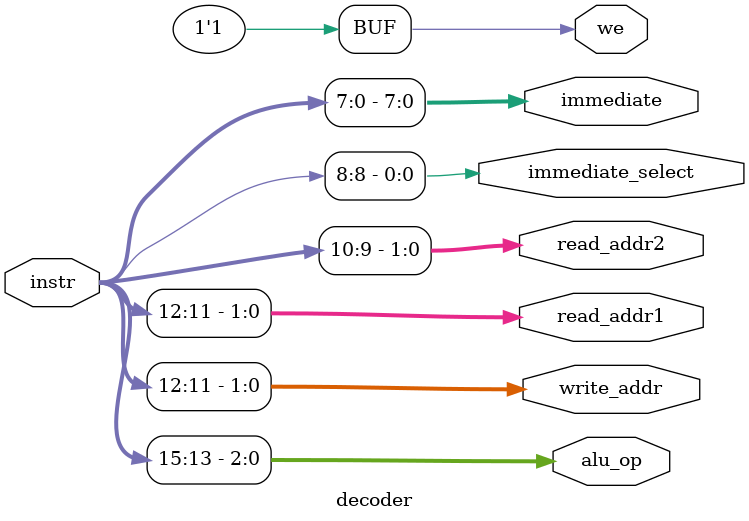
<source format=sv>
`timescale 1ns/1ps

module decoder (
    input  logic [15:0] instr,
    output logic        we,
    output logic [2:0]  alu_op,
    output logic [1:0]  write_addr,
    output logic [1:0]  read_addr1,
    output logic [1:0]  read_addr2,
    output logic        immediate_select,
    output logic [7:0]  immediate
);
    assign alu_op           = instr[15:13];
    assign write_addr       = instr[12:11];
    assign read_addr1       = instr[12:11];
    assign read_addr2       = instr[10:9];
    assign immediate_select = instr[8];
    assign immediate        = instr[7:0];
    assign we               = 1'b1;
endmodule

</source>
